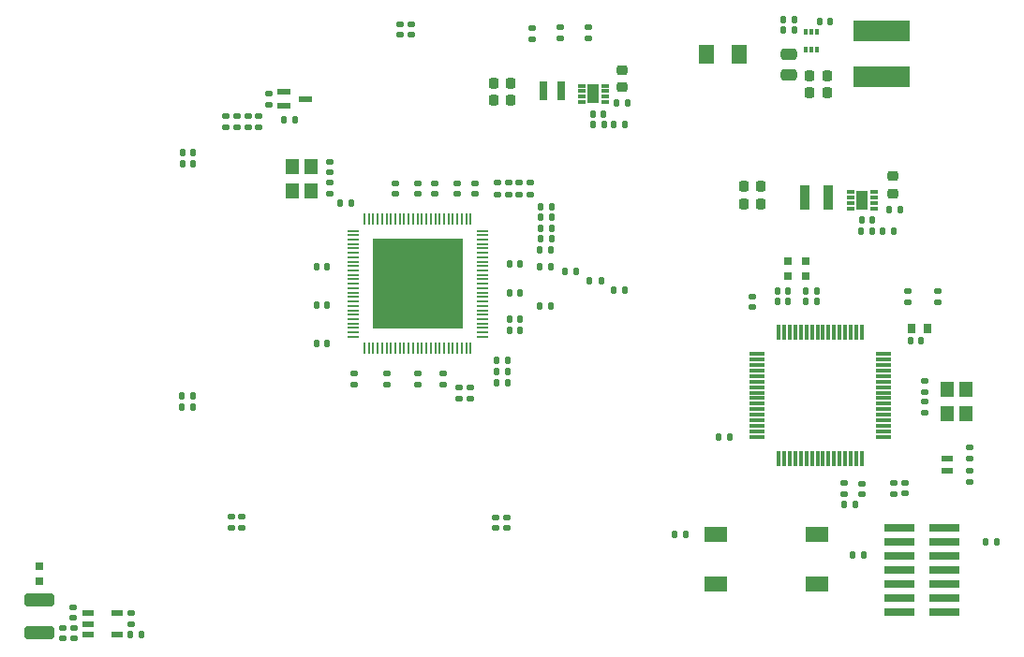
<source format=gtp>
%TF.GenerationSoftware,KiCad,Pcbnew,7.0.5*%
%TF.CreationDate,2023-07-29T13:43:45+03:00*%
%TF.ProjectId,cf33_dock,63663333-5f64-46f6-936b-2e6b69636164,rev?*%
%TF.SameCoordinates,Original*%
%TF.FileFunction,Paste,Top*%
%TF.FilePolarity,Positive*%
%FSLAX46Y46*%
G04 Gerber Fmt 4.6, Leading zero omitted, Abs format (unit mm)*
G04 Created by KiCad (PCBNEW 7.0.5) date 2023-07-29 13:43:45*
%MOMM*%
%LPD*%
G01*
G04 APERTURE LIST*
G04 Aperture macros list*
%AMRoundRect*
0 Rectangle with rounded corners*
0 $1 Rounding radius*
0 $2 $3 $4 $5 $6 $7 $8 $9 X,Y pos of 4 corners*
0 Add a 4 corners polygon primitive as box body*
4,1,4,$2,$3,$4,$5,$6,$7,$8,$9,$2,$3,0*
0 Add four circle primitives for the rounded corners*
1,1,$1+$1,$2,$3*
1,1,$1+$1,$4,$5*
1,1,$1+$1,$6,$7*
1,1,$1+$1,$8,$9*
0 Add four rect primitives between the rounded corners*
20,1,$1+$1,$2,$3,$4,$5,0*
20,1,$1+$1,$4,$5,$6,$7,0*
20,1,$1+$1,$6,$7,$8,$9,0*
20,1,$1+$1,$8,$9,$2,$3,0*%
G04 Aperture macros list end*
%ADD10R,0.700000X0.300000*%
%ADD11R,1.000000X1.800000*%
%ADD12R,1.050000X0.200000*%
%ADD13R,0.200000X1.050000*%
%ADD14R,8.100000X8.100000*%
%ADD15R,1.475000X0.300000*%
%ADD16R,0.300000X1.475000*%
%ADD17RoundRect,0.135000X0.185000X-0.135000X0.185000X0.135000X-0.185000X0.135000X-0.185000X-0.135000X0*%
%ADD18RoundRect,0.140000X0.170000X-0.140000X0.170000X0.140000X-0.170000X0.140000X-0.170000X-0.140000X0*%
%ADD19R,1.200000X1.400000*%
%ADD20RoundRect,0.140000X0.140000X0.170000X-0.140000X0.170000X-0.140000X-0.170000X0.140000X-0.170000X0*%
%ADD21RoundRect,0.140000X-0.170000X0.140000X-0.170000X-0.140000X0.170000X-0.140000X0.170000X0.140000X0*%
%ADD22RoundRect,0.140000X-0.140000X-0.170000X0.140000X-0.170000X0.140000X0.170000X-0.140000X0.170000X0*%
%ADD23RoundRect,0.135000X-0.135000X-0.185000X0.135000X-0.185000X0.135000X0.185000X-0.135000X0.185000X0*%
%ADD24RoundRect,0.135000X-0.185000X0.135000X-0.185000X-0.135000X0.185000X-0.135000X0.185000X0.135000X0*%
%ADD25RoundRect,0.135000X0.135000X0.185000X-0.135000X0.185000X-0.135000X-0.185000X0.135000X-0.185000X0*%
%ADD26R,0.800000X1.800000*%
%ADD27R,0.850000X2.200000*%
%ADD28R,0.700000X0.650000*%
%ADD29RoundRect,0.225000X-0.225000X-0.250000X0.225000X-0.250000X0.225000X0.250000X-0.225000X0.250000X0*%
%ADD30R,0.750000X0.940000*%
%ADD31RoundRect,0.250000X-1.100000X0.325000X-1.100000X-0.325000X1.100000X-0.325000X1.100000X0.325000X0*%
%ADD32R,2.100000X1.400000*%
%ADD33R,1.000000X0.500000*%
%ADD34R,2.790000X0.740000*%
%ADD35RoundRect,0.225000X-0.250000X0.225000X-0.250000X-0.225000X0.250000X-0.225000X0.250000X0.225000X0*%
%ADD36R,1.050000X0.550000*%
%ADD37R,1.150000X0.500000*%
%ADD38R,1.450000X1.800000*%
%ADD39R,5.100000X1.900000*%
%ADD40R,0.300000X0.492000*%
%ADD41RoundRect,0.250000X0.475000X-0.250000X0.475000X0.250000X-0.475000X0.250000X-0.475000X-0.250000X0*%
G04 APERTURE END LIST*
D10*
X272055770Y-162331574D03*
X272055770Y-161831574D03*
X272055770Y-161331574D03*
X272055770Y-160831574D03*
X269955770Y-160831574D03*
X269955770Y-161331574D03*
X269955770Y-161831574D03*
X269955770Y-162331574D03*
D11*
X271005770Y-161581574D03*
D12*
X249276320Y-173955254D03*
X249276320Y-174355254D03*
X249276320Y-174755254D03*
X249276320Y-175155254D03*
X249276320Y-175555254D03*
X249276320Y-175955254D03*
X249276320Y-176355254D03*
X249276320Y-176755254D03*
X249276320Y-177155254D03*
X249276320Y-177555254D03*
X249276320Y-177955254D03*
X249276320Y-178355254D03*
X249276320Y-178755254D03*
X249276320Y-179155254D03*
X249276320Y-179555254D03*
X249276320Y-179955254D03*
X249276320Y-180355254D03*
X249276320Y-180755254D03*
X249276320Y-181155254D03*
X249276320Y-181555254D03*
X249276320Y-181955254D03*
X249276320Y-182355254D03*
X249276320Y-182755254D03*
X249276320Y-183155254D03*
X249276320Y-183555254D03*
D13*
X250326320Y-184605254D03*
X250726320Y-184605254D03*
X251126320Y-184605254D03*
X251526320Y-184605254D03*
X251926320Y-184605254D03*
X252326320Y-184605254D03*
X252726320Y-184605254D03*
X253126320Y-184605254D03*
X253526320Y-184605254D03*
X253926320Y-184605254D03*
X254326320Y-184605254D03*
X254726320Y-184605254D03*
X255126320Y-184605254D03*
X255526320Y-184605254D03*
X255926320Y-184605254D03*
X256326320Y-184605254D03*
X256726320Y-184605254D03*
X257126320Y-184605254D03*
X257526320Y-184605254D03*
X257926320Y-184605254D03*
X258326320Y-184605254D03*
X258726320Y-184605254D03*
X259126320Y-184605254D03*
X259526320Y-184605254D03*
X259926320Y-184605254D03*
D12*
X260976320Y-183555254D03*
X260976320Y-183155254D03*
X260976320Y-182755254D03*
X260976320Y-182355254D03*
X260976320Y-181955254D03*
X260976320Y-181555254D03*
X260976320Y-181155254D03*
X260976320Y-180755254D03*
X260976320Y-180355254D03*
X260976320Y-179955254D03*
X260976320Y-179555254D03*
X260976320Y-179155254D03*
X260976320Y-178755254D03*
X260976320Y-178355254D03*
X260976320Y-177955254D03*
X260976320Y-177555254D03*
X260976320Y-177155254D03*
X260976320Y-176755254D03*
X260976320Y-176355254D03*
X260976320Y-175955254D03*
X260976320Y-175555254D03*
X260976320Y-175155254D03*
X260976320Y-174755254D03*
X260976320Y-174355254D03*
X260976320Y-173955254D03*
D13*
X259926320Y-172905254D03*
X259526320Y-172905254D03*
X259126320Y-172905254D03*
X258726320Y-172905254D03*
X258326320Y-172905254D03*
X257926320Y-172905254D03*
X257526320Y-172905254D03*
X257126320Y-172905254D03*
X256726320Y-172905254D03*
X256326320Y-172905254D03*
X255926320Y-172905254D03*
X255526320Y-172905254D03*
X255126320Y-172905254D03*
X254726320Y-172905254D03*
X254326320Y-172905254D03*
X253926320Y-172905254D03*
X253526320Y-172905254D03*
X253126320Y-172905254D03*
X252726320Y-172905254D03*
X252326320Y-172905254D03*
X251926320Y-172905254D03*
X251526320Y-172905254D03*
X251126320Y-172905254D03*
X250726320Y-172905254D03*
X250326320Y-172905254D03*
D14*
X255126320Y-178755254D03*
D15*
X297261934Y-192604738D03*
X297261934Y-192104738D03*
X297261934Y-191604738D03*
X297261934Y-191104738D03*
X297261934Y-190604738D03*
X297261934Y-190104738D03*
X297261934Y-189604738D03*
X297261934Y-189104738D03*
X297261934Y-188604738D03*
X297261934Y-188104738D03*
X297261934Y-187604738D03*
X297261934Y-187104738D03*
X297261934Y-186604738D03*
X297261934Y-186104738D03*
X297261934Y-185604738D03*
X297261934Y-185104738D03*
D16*
X295273934Y-183116738D03*
X294773934Y-183116738D03*
X294273934Y-183116738D03*
X293773934Y-183116738D03*
X293273934Y-183116738D03*
X292773934Y-183116738D03*
X292273934Y-183116738D03*
X291773934Y-183116738D03*
X291273934Y-183116738D03*
X290773934Y-183116738D03*
X290273934Y-183116738D03*
X289773934Y-183116738D03*
X289273934Y-183116738D03*
X288773934Y-183116738D03*
X288273934Y-183116738D03*
X287773934Y-183116738D03*
D15*
X285785934Y-185104738D03*
X285785934Y-185604738D03*
X285785934Y-186104738D03*
X285785934Y-186604738D03*
X285785934Y-187104738D03*
X285785934Y-187604738D03*
X285785934Y-188104738D03*
X285785934Y-188604738D03*
X285785934Y-189104738D03*
X285785934Y-189604738D03*
X285785934Y-190104738D03*
X285785934Y-190604738D03*
X285785934Y-191104738D03*
X285785934Y-191604738D03*
X285785934Y-192104738D03*
X285785934Y-192604738D03*
D16*
X287773934Y-194592738D03*
X288273934Y-194592738D03*
X288773934Y-194592738D03*
X289273934Y-194592738D03*
X289773934Y-194592738D03*
X290273934Y-194592738D03*
X290773934Y-194592738D03*
X291273934Y-194592738D03*
X291773934Y-194592738D03*
X292273934Y-194592738D03*
X292773934Y-194592738D03*
X293273934Y-194592738D03*
X293773934Y-194592738D03*
X294273934Y-194592738D03*
X294773934Y-194592738D03*
X295273934Y-194592738D03*
D17*
X238808934Y-164604738D03*
X238808934Y-163584738D03*
D18*
X247221286Y-170577632D03*
X247221286Y-169617632D03*
D19*
X243775770Y-168156574D03*
X243775770Y-170356574D03*
X245475770Y-170356574D03*
X245475770Y-168156574D03*
D20*
X246935254Y-177179992D03*
X245975254Y-177179992D03*
D21*
X249398934Y-186894738D03*
X249398934Y-187854738D03*
X257448934Y-186894738D03*
X257448934Y-187854738D03*
X252323934Y-186899738D03*
X252323934Y-187859738D03*
D22*
X263448934Y-182954738D03*
X264408934Y-182954738D03*
D20*
X246948934Y-184114738D03*
X245988934Y-184114738D03*
D22*
X263438934Y-179564738D03*
X264398934Y-179564738D03*
D21*
X255188934Y-186899738D03*
X255188934Y-187859738D03*
D22*
X263448934Y-181974738D03*
X264408934Y-181974738D03*
D18*
X258738934Y-170614738D03*
X258738934Y-169654738D03*
X260348934Y-170614738D03*
X260348934Y-169654738D03*
X255173934Y-170609738D03*
X255173934Y-169649738D03*
X256648934Y-170609738D03*
X256648934Y-169649738D03*
D20*
X246935254Y-180689992D03*
X245975254Y-180689992D03*
D18*
X240798934Y-164574738D03*
X240798934Y-163614738D03*
X241718934Y-162544738D03*
X241718934Y-161584738D03*
D23*
X294438934Y-203314738D03*
X295458934Y-203314738D03*
D24*
X239808934Y-163584738D03*
X239808934Y-164604738D03*
D25*
X271708934Y-178494738D03*
X270688934Y-178494738D03*
X269458934Y-177604738D03*
X268438934Y-177604738D03*
D26*
X268113934Y-161329738D03*
X266513934Y-161329738D03*
D27*
X292198934Y-170929738D03*
X290148934Y-170929738D03*
D22*
X263428934Y-176954738D03*
X264388934Y-176954738D03*
D18*
X253125770Y-170611574D03*
X253125770Y-169651574D03*
D20*
X249130770Y-171481574D03*
X248170770Y-171481574D03*
D25*
X244028934Y-163954738D03*
X243008934Y-163954738D03*
D17*
X259878934Y-189184738D03*
X259878934Y-188164738D03*
D20*
X234858934Y-167864738D03*
X233898934Y-167864738D03*
D17*
X298178934Y-197764738D03*
X298178934Y-196744738D03*
D21*
X238278934Y-199854738D03*
X238278934Y-200814738D03*
D18*
X300918934Y-188544738D03*
X300918934Y-187584738D03*
D28*
X220918934Y-205679738D03*
X220918934Y-204329738D03*
X290248934Y-178074738D03*
X290248934Y-176724738D03*
D29*
X284623934Y-171554738D03*
X286173934Y-171554738D03*
D30*
X301198934Y-182764738D03*
X299798934Y-182764738D03*
D25*
X294658934Y-198754738D03*
X293638934Y-198754738D03*
D23*
X295218934Y-173984738D03*
X296238934Y-173984738D03*
D25*
X263288934Y-187714738D03*
X262268934Y-187714738D03*
D24*
X237818934Y-163594738D03*
X237818934Y-164614738D03*
D18*
X247221286Y-168672632D03*
X247221286Y-167712632D03*
X285388934Y-180874738D03*
X285388934Y-179914738D03*
D20*
X283328934Y-192604738D03*
X282368934Y-192604738D03*
D17*
X268008934Y-156584738D03*
X268008934Y-155564738D03*
D22*
X290228934Y-180364738D03*
X291188934Y-180364738D03*
D17*
X302138934Y-180434738D03*
X302138934Y-179414738D03*
D31*
X220948934Y-207349738D03*
X220948934Y-210299738D03*
D20*
X288618934Y-180369738D03*
X287658934Y-180369738D03*
D17*
X304988934Y-196714738D03*
X304988934Y-195694738D03*
D29*
X262023934Y-162154738D03*
X263573934Y-162154738D03*
D32*
X282108934Y-201394738D03*
X282108934Y-205894738D03*
X291208934Y-201394738D03*
X291208934Y-205894738D03*
D21*
X253548934Y-155249738D03*
X253548934Y-156209738D03*
D33*
X302958934Y-194544738D03*
X302958934Y-195644738D03*
D34*
X302733934Y-208464738D03*
X298663934Y-208464738D03*
X302733934Y-207194738D03*
X298663934Y-207194738D03*
X302733934Y-205924738D03*
X298663934Y-205924738D03*
X302733934Y-204654738D03*
X298663934Y-204654738D03*
X302733934Y-203384738D03*
X298663934Y-203384738D03*
X302733934Y-202114738D03*
X298663934Y-202114738D03*
X302733934Y-200844738D03*
X298663934Y-200844738D03*
D35*
X298048934Y-169029738D03*
X298048934Y-170579738D03*
D23*
X297138934Y-173974738D03*
X298158934Y-173974738D03*
D29*
X290573934Y-161454738D03*
X292123934Y-161454738D03*
D23*
X266213934Y-173729738D03*
X267233934Y-173729738D03*
D18*
X224038934Y-208954738D03*
X224038934Y-207994738D03*
D22*
X295248934Y-173004738D03*
X296208934Y-173004738D03*
D20*
X279353934Y-201404738D03*
X278393934Y-201404738D03*
D22*
X287658934Y-179399738D03*
X288618934Y-179399738D03*
X299698934Y-183914738D03*
X300658934Y-183914738D03*
D17*
X293698934Y-197814738D03*
X293698934Y-196794738D03*
D21*
X224048934Y-209864738D03*
X224048934Y-210824738D03*
D25*
X267233934Y-172754738D03*
X266213934Y-172754738D03*
D29*
X284598934Y-169904738D03*
X286148934Y-169904738D03*
D17*
X258898934Y-189184738D03*
X258898934Y-188164738D03*
D24*
X264298934Y-169634738D03*
X264298934Y-170654738D03*
D25*
X267233934Y-174704738D03*
X266213934Y-174704738D03*
D17*
X299448934Y-180424738D03*
X299448934Y-179404738D03*
D25*
X263288934Y-186714738D03*
X262268934Y-186714738D03*
D29*
X290573934Y-159904738D03*
X292123934Y-159904738D03*
D36*
X225338934Y-208574738D03*
X225338934Y-209524738D03*
X225338934Y-210474738D03*
X227938934Y-210474738D03*
X227938934Y-208574738D03*
D24*
X265288934Y-169634738D03*
X265288934Y-170654738D03*
D25*
X289183934Y-155829738D03*
X288163934Y-155829738D03*
D21*
X262208934Y-199914738D03*
X262208934Y-200874738D03*
D24*
X305008934Y-193514738D03*
X305008934Y-194534738D03*
X229238934Y-208574738D03*
X229238934Y-209594738D03*
D20*
X291198934Y-179399738D03*
X290238934Y-179399738D03*
D25*
X307468934Y-202134738D03*
X306448934Y-202134738D03*
D37*
X243058934Y-161384738D03*
X243058934Y-162684738D03*
X244958934Y-162034738D03*
D38*
X281223934Y-157954738D03*
X284173934Y-157954738D03*
D22*
X291443934Y-155029738D03*
X292403934Y-155029738D03*
D21*
X295298934Y-196824738D03*
X295298934Y-197784738D03*
D39*
X297098934Y-155854738D03*
X297098934Y-160054738D03*
D25*
X267218934Y-175679738D03*
X266198934Y-175679738D03*
X263288934Y-185714738D03*
X262268934Y-185714738D03*
D23*
X273128934Y-162394738D03*
X274148934Y-162394738D03*
D24*
X265508934Y-155584738D03*
X265508934Y-156604738D03*
D25*
X289183934Y-154829738D03*
X288163934Y-154829738D03*
X267233934Y-171779738D03*
X266213934Y-171779738D03*
D35*
X273628934Y-159449738D03*
X273628934Y-160999738D03*
D17*
X270568934Y-156574738D03*
X270568934Y-155554738D03*
D40*
X290198934Y-157613738D03*
X290698934Y-157613738D03*
X291198934Y-157613738D03*
X291198934Y-155945738D03*
X290698934Y-155945738D03*
X290198934Y-155945738D03*
D21*
X254548934Y-155249738D03*
X254548934Y-156209738D03*
D29*
X262023934Y-160634738D03*
X263573934Y-160634738D03*
D24*
X262348934Y-169634738D03*
X262348934Y-170654738D03*
D23*
X297713934Y-172054738D03*
X298733934Y-172054738D03*
D21*
X263188934Y-199914738D03*
X263188934Y-200874738D03*
D25*
X267208934Y-177184738D03*
X266188934Y-177184738D03*
D22*
X270988934Y-163374738D03*
X271948934Y-163374738D03*
D20*
X234798934Y-189874738D03*
X233838934Y-189874738D03*
D24*
X263328934Y-169634738D03*
X263328934Y-170654738D03*
D25*
X267188934Y-180784738D03*
X266168934Y-180784738D03*
D20*
X234858934Y-166894738D03*
X233898934Y-166894738D03*
D23*
X229188934Y-210524738D03*
X230208934Y-210524738D03*
D21*
X223068934Y-209854738D03*
X223068934Y-210814738D03*
D25*
X271968934Y-164354738D03*
X270948934Y-164354738D03*
D19*
X303018934Y-188324738D03*
X303018934Y-190524738D03*
X304718934Y-190524738D03*
X304718934Y-188324738D03*
D21*
X239258934Y-199854738D03*
X239258934Y-200814738D03*
D41*
X288648934Y-159854738D03*
X288648934Y-157954738D03*
D25*
X273848934Y-179334738D03*
X272828934Y-179334738D03*
D28*
X288608934Y-178059738D03*
X288608934Y-176709738D03*
D23*
X272858934Y-164354738D03*
X273878934Y-164354738D03*
D18*
X299148934Y-197734738D03*
X299148934Y-196774738D03*
D21*
X300918934Y-189444738D03*
X300918934Y-190404738D03*
D10*
X296353934Y-171981238D03*
X296353934Y-171481238D03*
X296353934Y-170981238D03*
X296353934Y-170481238D03*
X294253934Y-170481238D03*
X294253934Y-170981238D03*
X294253934Y-171481238D03*
X294253934Y-171981238D03*
D11*
X295303934Y-171231238D03*
D20*
X234798934Y-188914738D03*
X233838934Y-188914738D03*
M02*

</source>
